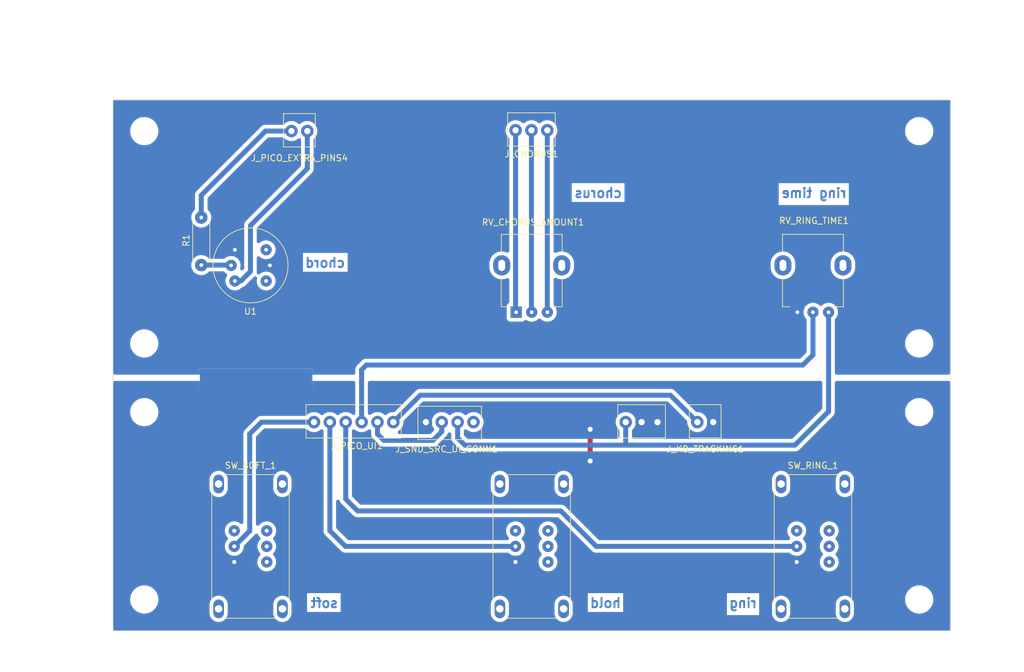
<source format=kicad_pcb>
(kicad_pcb (version 20221018) (generator pcbnew)
  (layers (0 "F.Cu" signal) (31 "B.Cu" signal) (34 "B.Paste" user) (35 "F.Paste" user) (36 "B.SilkS" user "B.Silkscreen") (37 "F.SilkS" user "F.Silkscreen") (38 "B.Mask" user) (39 "F.Mask" user) (44 "Edge.Cuts" user))
  (net 0 "")
  (net 1 "CHORD_LED")
  (net 2 "CHORD_BTN")
  (net 3 "KB_TRACKING")
  (net 4 "SOFT")
  (net 5 "HOLD")
  (net 6 "GND")
  (net 7 "+3.3V")
  (net 8 "1.5V")
  (net 9 "RING")
  (net 10 "RING_TIME")
  (net 11 "CHORUS_1")
  (net 12 "GLIDE")
  (net 13 "CHORUS_2")
  (net 14 "CHORUS_3")
  (net 15 "Net-(R1-Pad2)")
  (footprint "MountingHole:MountingHole_4mm" (layer "F.Cu") (at 202 114)
    (fp_text reference "H3" hide)
    (fp_text value "MountingHole")
    (pad "" np_thru_hole circle (at 0 0) (size 4 4) (drill 4) (layers "*.Cu" "*.Mask"))
  )
  (footprint "Shmoergh_Custom_Footprints:Potentiometer_Alpha_RD901F-40-00D_Single_Vertical" (layer "F.Cu") (at 140 60.5)
    (fp_text reference "RV_CHORUS_AMOUNT1" (at 0.208 -6.906 180) (layer "F.SilkS"))
    (fp_text value "100k")
    (fp_line (start -4.88 6.62) (end -4.88 1.9) (stroke (width 0.12)) (layer "F.SilkS"))
    (fp_line (start -4.87 -1.91) (end -4.87 -4.97) (stroke (width 0.12)) (layer "F.SilkS"))
    (fp_line (start -3.69 6.62) (end -4.87 6.62) (stroke (width 0.12)) (layer "F.SilkS"))
    (fp_line (start -0.79 6.62) (end -1.32 6.62) (stroke (width 0.12)) (layer "F.SilkS"))
    (fp_line (start 1.66 6.62) (end 0.83 6.62) (stroke (width 0.12)) (layer "F.SilkS"))
    (fp_line (start 4.87 -4.97) (end -4.87 -4.97) (stroke (width 0.12)) (layer "F.SilkS"))
    (fp_line (start 4.87 -1.91) (end 4.87 -4.97) (stroke (width 0.12)) (layer "F.SilkS"))
    (fp_line (start 4.87 6.62) (end 3.38 6.62) (stroke (width 0.12)) (layer "F.SilkS"))
    (fp_line (start 4.87 6.62) (end 4.87 1.9) (stroke (width 0.12)) (layer "F.SilkS"))
    (pad "" thru_hole oval (at -4.8 0 180) (size 2.72 3.24) (drill oval 1.1 1.8) (layers "*.Cu" "*.Mask"))
    (pad "" thru_hole oval (at 4.8 0 180) (size 2.72 3.24) (drill oval 1.1 1.8) (layers "*.Cu" "*.Mask"))
    (pad "1" thru_hole rect (at -2.5 7.5 180) (size 1.8 1.8) (drill 0.6) (layers "*.Cu" "*.Mask") (net 11 "CHORUS_1"))
    (pad "2" thru_hole circle (at 0 7.5 180) (size 1.8 1.8) (drill 0.6) (layers "*.Cu" "*.Mask") (net 13 "CHORUS_2"))
    (pad "3" thru_hole circle (at 2.5 7.5 180) (size 1.8 1.8) (drill 0.6) (layers "*.Cu" "*.Mask") (net 14 "CHORUS_3"))
  )
  (footprint "Shmoergh_Custom_Footprints:DPDT Korg Style Switch" (layer "F.Cu") (at 140 105.5)
    (fp_text reference "SW_HOLD_1" hide)
    (fp_text value "SW_DPDT_x2")
    (fp_line (start -6.2 11.5) (end -6.2 -11.5) (stroke (width 0.12)) (layer "F.SilkS"))
    (fp_line (start -4.1 -11.5) (end 4 -11.5) (stroke (width 0.12)) (layer "F.SilkS"))
    (fp_line (start -4 11.5) (end 4 11.5) (stroke (width 0.12)) (layer "F.SilkS"))
    (fp_line (start 6.2 11.5) (end 6.2 -11.5) (stroke (width 0.12)) (layer "F.SilkS"))
    (pad "" thru_hole oval (at -5.1 -10) (size 1.7 3) (drill 1.2) (layers "*.Cu" "*.Mask"))
    (pad "" thru_hole oval (at -5.1 10) (size 1.7 3) (drill 1.2) (layers "*.Cu" "*.Mask"))
    (pad "" thru_hole oval (at 5.1 -10) (size 1.7 3) (drill 1.2) (layers "*.Cu" "*.Mask"))
    (pad "" thru_hole oval (at 5.1 10) (size 1.7 3) (drill 1.2) (layers "*.Cu" "*.Mask"))
    (pad "1" thru_hole circle (at -2.6 -2.5) (size 1.8 1.8) (drill 0.65) (layers "*.Cu" "*.Mask"))
    (pad "2" thru_hole circle (at 2.6 -2.5) (size 1.8 1.8) (drill 0.65) (layers "*.Cu" "*.Mask"))
    (pad "3" thru_hole circle (at -2.6 0) (size 1.8 1.8) (drill 0.65) (layers "*.Cu" "*.Mask") (net 5 "HOLD"))
    (pad "4" thru_hole circle (at 2.6 0) (size 1.8 1.8) (drill 0.65) (layers "*.Cu" "*.Mask"))
    (pad "5" thru_hole circle (at -2.6 2.5) (size 1.8 1.8) (drill 0.65) (layers "*.Cu" "*.Mask") (net 6 "GND"))
    (pad "6" thru_hole circle (at 2.6 2.5) (size 1.8 1.8) (drill 0.65) (layers "*.Cu" "*.Mask"))
  )
  (footprint "Shmoergh_Custom_Footprints:NSL25_01x03_Vertical" (layer "F.Cu") (at 155.038277 85.598)
    (fp_text reference "J_PWR1" hide)
    (fp_text value "Conn_01x03")
    (fp_line (start -1.27 -2.794) (end 6.35 -2.794) (stroke (width 0.12)) (layer "F.SilkS"))
    (fp_line (start -1.27 2.54) (end -1.27 -2.794) (stroke (width 0.12)) (layer "F.SilkS"))
    (fp_line (start 6.35 -2.794) (end 6.35 2.54) (stroke (width 0.12)) (layer "F.SilkS"))
    (fp_line (start 6.35 2.54) (end -1.27 2.54) (stroke (width 0.12)) (layer "F.SilkS"))
    (pad "1" thru_hole circle (at 0 0) (size 2 2) (drill 1) (layers "*.Cu" "*.Mask") (net 7 "+3.3V"))
    (pad "2" thru_hole circle (at 2.54 0) (size 2 2) (drill 1) (layers "*.Cu" "*.Mask") (net 6 "GND"))
    (pad "3" thru_hole circle (at 5.08 0) (size 2 2) (drill 1) (layers "*.Cu" "*.Mask") (net 6 "GND"))
  )
  (footprint "MountingHole:MountingHole_4mm" (layer "F.Cu") (at 78 39)
    (fp_text reference "H1" hide)
    (fp_text value "MountingHole")
    (pad "" np_thru_hole circle (at 0 0) (size 4 4) (drill 4) (layers "*.Cu" "*.Mask"))
  )
  (footprint "Shmoergh_Custom_Footprints:Potentiometer_Alpha_RD901F-40-00D_Single_Vertical" (layer "F.Cu") (at 185 60.5)
    (fp_text reference "RV_RING_TIME1" (at 0.166 -7.16) (layer "F.SilkS"))
    (fp_text value "100k")
    (fp_line (start -4.88 6.62) (end -4.88 1.9) (stroke (width 0.12)) (layer "F.SilkS"))
    (fp_line (start -4.87 -1.91) (end -4.87 -4.97) (stroke (width 0.12)) (layer "F.SilkS"))
    (fp_line (start -3.69 6.62) (end -4.87 6.62) (stroke (width 0.12)) (layer "F.SilkS"))
    (fp_line (start -0.79 6.62) (end -1.32 6.62) (stroke (width 0.12)) (layer "F.SilkS"))
    (fp_line (start 1.66 6.62) (end 0.83 6.62) (stroke (width 0.12)) (layer "F.SilkS"))
    (fp_line (start 4.87 -4.97) (end -4.87 -4.97) (stroke (width 0.12)) (layer "F.SilkS"))
    (fp_line (start 4.87 -1.91) (end 4.87 -4.97) (stroke (width 0.12)) (layer "F.SilkS"))
    (fp_line (start 4.87 6.62) (end 3.38 6.62) (stroke (width 0.12)) (layer "F.SilkS"))
    (fp_line (start 4.87 6.62) (end 4.87 1.9) (stroke (width 0.12)) (layer "F.SilkS"))
    (pad "" thru_hole oval (at -4.8 0 180) (size 2.72 3.24) (drill oval 1.1 1.8) (layers "*.Cu" "*.Mask"))
    (pad "" thru_hole oval (at 4.8 0 180) (size 2.72 3.24) (drill oval 1.1 1.8) (layers "*.Cu" "*.Mask"))
    (pad "1" thru_hole rect (at -2.5 7.5 180) (size 1.8 1.8) (drill 0.6) (layers "*.Cu" "*.Mask") (net 6 "GND"))
    (pad "2" thru_hole circle (at 0 7.5 180) (size 1.8 1.8) (drill 0.6) (layers "*.Cu" "*.Mask") (net 10 "RING_TIME"))
    (pad "3" thru_hole circle (at 2.5 7.5 180) (size 1.8 1.8) (drill 0.6) (layers "*.Cu" "*.Mask") (net 7 "+3.3V"))
  )
  (footprint "Shmoergh_Custom_Footprints:NSL25_01x04_Vertical" (layer "F.Cu") (at 130.683 85.598 180)
    (fp_text reference "J_SND_SRC_UI_CONN1" (at 4.318 -4.318) (layer "F.SilkS"))
    (fp_text value "Conn_01x04")
    (fp_line (start -1.27 -2.794) (end 8.89 -2.794) (stroke (width 0.12)) (layer "F.SilkS"))
    (fp_line (start -1.27 2.54) (end -1.27 -2.794) (stroke (width 0.12)) (layer "F.SilkS"))
    (fp_line (start 8.89 -2.794) (end 8.89 2.54) (stroke (width 0.12)) (layer "F.SilkS"))
    (fp_line (start 8.89 2.54) (end -1.27 2.54) (stroke (width 0.12)) (layer "F.SilkS"))
    (pad "1" thru_hole circle (at 0 0 180) (size 2 2) (drill 1) (layers "*.Cu" "*.Mask") (net 8 "1.5V"))
    (pad "2" thru_hole circle (at 2.54 0 180) (size 2 2) (drill 1) (layers "*.Cu" "*.Mask") (net 7 "+3.3V"))
    (pad "3" thru_hole circle (at 5.08 0 180) (size 2 2) (drill 1) (layers "*.Cu" "*.Mask") (net 12 "GLIDE"))
    (pad "4" thru_hole circle (at 7.62 0 180) (size 2 2) (drill 1) (layers "*.Cu" "*.Mask") (net 6 "GND"))
  )
  (footprint "Shmoergh_Manual_PCB_k6:R_Axial_DIN0207_L6.3mm_D2.5mm_P7.62mm_Horizontal" (layer "F.Cu") (at 87.122 52.832 -90)
    (fp_text reference "R1" (at 3.683 2.413 90) (layer "F.SilkS"))
    (fp_text value "R")
    (fp_line (start 0.54 -1.37) (end 7.08 -1.37) (stroke (width 0.12)) (layer "F.SilkS"))
    (fp_line (start 0.54 -1.04) (end 0.54 -1.37) (stroke (width 0.12)) (layer "F.SilkS"))
    (fp_line (start 0.54 1.04) (end 0.54 1.37) (stroke (width 0.12)) (layer "F.SilkS"))
    (fp_line (start 0.54 1.37) (end 7.08 1.37) (stroke (width 0.12)) (layer "F.SilkS"))
    (fp_line (start 7.08 -1.37) (end 7.08 -1.04) (stroke (width 0.12)) (layer "F.SilkS"))
    (fp_line (start 7.08 1.37) (end 7.08 1.04) (stroke (width 0.12)) (layer "F.SilkS"))
    (pad "1" thru_hole circle (at 0 0 270) (size 2 2) (drill 0.6) (layers "*.Cu" "*.Mask") (net 1 "CHORD_LED"))
    (pad "2" thru_hole oval (at 7.62 0 270) (size 2 2) (drill 0.6) (layers "*.Cu" "*.Mask") (net 15 "Net-(R1-Pad2)"))
  )
  (footprint "MountingHole:MountingHole_4mm" (layer "F.Cu") (at 78 114)
    (fp_text reference "H4" hide)
    (fp_text value "MountingHole")
    (pad "" np_thru_hole circle (at 0 0) (size 4 4) (drill 4) (layers "*.Cu" "*.Mask"))
  )
  (footprint "MountingHole:MountingHole_4mm" (layer "F.Cu") (at 78 73)
    (fp_text reference "H6" hide)
    (fp_text value "MountingHole")
    (pad "" np_thru_hole circle (at 0 0) (size 4 4) (drill 4) (layers "*.Cu" "*.Mask"))
  )
  (footprint "Shmoergh_Custom_Footprints:NSL25_01x06_Vertical" (layer "F.Cu") (at 105.156 85.598)
    (fp_text reference "J_PICO_UI1" (at 6.858 3.81) (layer "F.SilkS"))
    (fp_text value "Conn_01x06")
    (fp_line (start -1.27 -2.794) (end 13.97 -2.794) (stroke (width 0.12)) (layer "F.SilkS"))
    (fp_line (start -1.27 2.54) (end -1.27 -2.794) (stroke (width 0.12)) (layer "F.SilkS"))
    (fp_line (start 13.97 -2.794) (end 13.97 2.54) (stroke (width 0.12)) (layer "F.SilkS"))
    (fp_line (start 13.97 2.54) (end -1.27 2.54) (stroke (width 0.12)) (layer "F.SilkS"))
    (pad "1" thru_hole circle (at 0 0) (size 2 2) (drill 1) (layers "*.Cu" "*.Mask") (net 4 "SOFT"))
    (pad "2" thru_hole circle (at 2.54 0) (size 2 2) (drill 1) (layers "*.Cu" "*.Mask") (net 5 "HOLD"))
    (pad "3" thru_hole circle (at 5.08 0) (size 2 2) (drill 1) (layers "*.Cu" "*.Mask") (net 9 "RING"))
    (pad "4" thru_hole circle (at 7.62 0) (size 2 2) (drill 1) (layers "*.Cu" "*.Mask") (net 10 "RING_TIME"))
    (pad "5" thru_hole circle (at 10.16 0) (size 2 2) (drill 1) (layers "*.Cu" "*.Mask") (net 12 "GLIDE"))
    (pad "6" thru_hole circle (at 12.7 0) (size 2 2) (drill 1) (layers "*.Cu" "*.Mask") (net 3 "KB_TRACKING"))
  )
  (footprint "MountingHole:MountingHole_4mm" (layer "F.Cu") (at 202 84)
    (fp_text reference "H8" hide)
    (fp_text value "MountingHole")
    (pad "" np_thru_hole circle (at 0 0) (size 4 4) (drill 4) (layers "*.Cu" "*.Mask"))
  )
  (footprint "Shmoergh_Custom_Footprints:DPDT Korg Style Switch" (layer "F.Cu") (at 95 105.5)
    (fp_text reference "SW_SOFT_1" (at 0 -12.954 unlocked) (layer "F.SilkS"))
    (fp_text value "SW_DPDT_x2")
    (fp_line (start -6.2 11.5) (end -6.2 -11.5) (stroke (width 0.12)) (layer "F.SilkS"))
    (fp_line (start -4.1 -11.5) (end 4 -11.5) (stroke (width 0.12)) (layer "F.SilkS"))
    (fp_line (start -4 11.5) (end 4 11.5) (stroke (width 0.12)) (layer "F.SilkS"))
    (fp_line (start 6.2 11.5) (end 6.2 -11.5) (stroke (width 0.12)) (layer "F.SilkS"))
    (pad "" thru_hole oval (at -5.1 -10) (size 1.7 3) (drill 1.2) (layers "*.Cu" "*.Mask"))
    (pad "" thru_hole oval (at -5.1 10) (size 1.7 3) (drill 1.2) (layers "*.Cu" "*.Mask"))
    (pad "" thru_hole oval (at 5.1 -10) (size 1.7 3) (drill 1.2) (layers "*.Cu" "*.Mask"))
    (pad "" thru_hole oval (at 5.1 10) (size 1.7 3) (drill 1.2) (layers "*.Cu" "*.Mask"))
    (pad "1" thru_hole circle (at -2.6 -2.5) (size 1.8 1.8) (drill 0.65) (layers "*.Cu" "*.Mask"))
    (pad "2" thru_hole circle (at 2.6 -2.5) (size 1.8 1.8) (drill 0.65) (layers "*.Cu" "*.Mask"))
    (pad "3" thru_hole circle (at -2.6 0) (size 1.8 1.8) (drill 0.65) (layers "*.Cu" "*.Mask") (net 4 "SOFT"))
    (pad "4" thru_hole circle (at 2.6 0) (size 1.8 1.8) (drill 0.65) (layers "*.Cu" "*.Mask"))
    (pad "5" thru_hole circle (at -2.6 2.5) (size 1.8 1.8) (drill 0.65) (layers "*.Cu" "*.Mask") (net 6 "GND"))
    (pad "6" thru_hole circle (at 2.6 2.5) (size 1.8 1.8) (drill 0.65) (layers "*.Cu" "*.Mask"))
  )
  (footprint "Shmoergh_Custom_Footprints:NSL25_01x03_Vertical" (layer "F.Cu") (at 137.414 38.862)
    (fp_text reference "J_CHORUS1" (at 2.54 3.81) (layer "F.SilkS"))
    (fp_text value "Conn_01x03")
    (fp_line (start -1.27 -2.794) (end 6.35 -2.794) (stroke (width 0.12)) (layer "F.SilkS"))
    (fp_line (start -1.27 2.54) (end -1.27 -2.794) (stroke (width 0.12)) (layer "F.SilkS"))
    (fp_line (start 6.35 -2.794) (end 6.35 2.54) (stroke (width 0.12)) (layer "F.SilkS"))
    (fp_line (start 6.35 2.54) (end -1.27 2.54) (stroke (width 0.12)) (layer "F.SilkS"))
    (pad "1" thru_hole circle (at 0 0) (size 2 2) (drill 1) (layers "*.Cu" "*.Mask") (net 11 "CHORUS_1"))
    (pad "2" thru_hole circle (at 2.54 0) (size 2 2) (drill 1) (layers "*.Cu" "*.Mask") (net 13 "CHORUS_2"))
    (pad "3" thru_hole circle (at 5.08 0) (size 2 2) (drill 1) (layers "*.Cu" "*.Mask") (net 14 "CHORUS_3"))
  )
  (footprint "Shmoergh_Custom_Footprints:SPST_Circular_Pushbutton_LED" (layer "F.Cu") (at 95 60.5)
    (fp_text reference "U1" (at 0 7.366) (layer "F.SilkS"))
    (fp_text value "SW_SPST_Push_LED")
    (fp_circle (center 0 0) (end 6 0) (stroke (width 0.12)) (fill none) (layer "F.SilkS"))
    (pad "1" thru_hole circle (at -2.5 -2.5) (size 1.8 1.8) (drill 0.6) (layers "*.Cu" "*.Mask") (net 6 "GND"))
    (pad "2" thru_hole circle (at 2.5 -2.5) (size 1.8 1.8) (drill 0.6) (layers "*.Cu" "*.Mask"))
    (pad "3" thru_hole circle (at -2.5 2.5) (size 1.8 1.8) (drill 0.6) (layers "*.Cu" "*.Mask") (net 2 "CHORD_BTN"))
    (pad "4" thru_hole circle (at 2.5 2.5) (size 1.8 1.8) (drill 0.6) (layers "*.Cu" "*.Mask"))
    (pad "L1" thru_hole circle (at -3.1 0) (size 1.8 1.8) (drill 0.6) (layers "*.Cu" "*.Mask") (net 15 "Net-(R1-Pad2)"))
    (pad "L2" thru_hole circle (at 3.1 0) (size 1.8 1.8) (drill 0.6) (layers "*.Cu" "*.Mask") (net 6 "GND"))
  )
  (footprint "MountingHole:MountingHole_4mm" (layer "F.Cu") (at 202 73)
    (fp_text reference "H5" hide)
    (fp_text value "MountingHole")
    (pad "" np_thru_hole circle (at 0 0) (size 4 4) (drill 4) (layers "*.Cu" "*.Mask"))
  )
  (footprint "Shmoergh_Custom_Footprints:DPDT Korg Style Switch" (layer "F.Cu") (at 185 105.5)
    (fp_text reference "SW_RING_1" (at 0 -12.954 unlocked) (layer "F.SilkS"))
    (fp_text value "SW_DPDT_x2")
    (fp_line (start -6.2 11.5) (end -6.2 -11.5) (stroke (width 0.12)) (layer "F.SilkS"))
    (fp_line (start -4.1 -11.5) (end 4 -11.5) (stroke (width 0.12)) (layer "F.SilkS"))
    (fp_line (start -4 11.5) (end 4 11.5) (stroke (width 0.12)) (layer "F.SilkS"))
    (fp_line (start 6.2 11.5) (end 6.2 -11.5) (stroke (width 0.12)) (layer "F.SilkS"))
    (pad "" thru_hole oval (at -5.1 -10) (size 1.7 3) (drill 1.2) (layers "*.Cu" "*.Mask"))
    (pad "" thru_hole oval (at -5.1 10) (size 1.7 3) (drill 1.2) (layers "*.Cu" "*.Mask"))
    (pad "" thru_hole oval (at 5.1 -10) (size 1.7 3) (drill 1.2) (layers "*.Cu" "*.Mask"))
    (pad "" thru_hole oval (at 5.1 10) (size 1.7 3) (drill 1.2) (layers "*.Cu" "*.Mask"))
    (pad "1" thru_hole circle (at -2.6 -2.5) (size 1.8 1.8) (drill 0.65) (layers "*.Cu" "*.Mask"))
    (pad "2" thru_hole circle (at 2.6 -2.5) (size 1.8 1.8) (drill 0.65) (layers "*.Cu" "*.Mask"))
    (pad "3" thru_hole circle (at -2.6 0) (size 1.8 1.8) (drill 0.65) (layers "*.Cu" "*.Mask") (net 9 "RING"))
    (pad "4" thru_hole circle (at 2.6 0) (size 1.8 1.8) (drill 0.65) (layers "*.Cu" "*.Mask"))
    (pad "5" thru_hole circle (at -2.6 2.5) (size 1.8 1.8) (drill 0.65) (layers "*.Cu" "*.Mask") (net 6 "GND"))
    (pad "6" thru_hole circle (at 2.6 2.5) (size 1.8 1.8) (drill 0.65) (layers "*.Cu" "*.Mask"))
  )
  (footprint "Shmoergh_Custom_Footprints:NSL25_01x02_Vertical" (layer "F.Cu") (at 101.554086 38.989)
    (fp_text reference "J_PICO_EXTRA_PINS4" (at 1.27 4.318) (layer "F.SilkS"))
    (fp_text value "Conn_01x02")
    (fp_line (start -1.27 -2.794) (end 3.81 -2.794) (stroke (width 0.12)) (layer "F.SilkS"))
    (fp_line (start -1.27 2.54) (end -1.27 -2.794) (stroke (width 0.12)) (layer "F.SilkS"))
    (fp_line (start 3.81 -2.794) (end 3.81 2.54) (stroke (width 0.12)) (layer "F.SilkS"))
    (fp_line (start 3.81 2.54) (end -1.27 2.54) (stroke (width 0.12)) (layer "F.SilkS"))
    (pad "1" thru_hole circle (at 0 0) (size 2 2) (drill 1) (layers "*.Cu" "*.Mask") (net 1 "CHORD_LED"))
    (pad "2" thru_hole circle (at 2.54 0) (size 2 2) (drill 1) (layers "*.Cu" "*.Mask") (net 2 "CHORD_BTN"))
  )
  (footprint "MountingHole:MountingHole_4mm" (layer "F.Cu") (at 78 84)
    (fp_text reference "H7" hide)
    (fp_text value "MountingHole")
    (pad "" np_thru_hole circle (at 0 0) (size 4 4) (drill 4) (layers "*.Cu" "*.Mask"))
  )
  (footprint "Shmoergh_Custom_Footprints:NSL25_01x02_Vertical" (layer "F.Cu") (at 166.497 85.598)
    (fp_text reference "J_KB_TRACKING1" (at 1.27 4.318) (layer "F.SilkS"))
    (fp_text value "Conn_01x02" hide)
    (fp_line (start -1.27 -2.794) (end 3.81 -2.794) (stroke (width 0.12)) (layer "F.SilkS"))
    (fp_line (start -1.27 2.54) (end -1.27 -2.794) (stroke (width 0.12)) (layer "F.SilkS"))
    (fp_line (start 3.81 -2.794) (end 3.81 2.54) (stroke (width 0.12)) (layer "F.SilkS"))
    (fp_line (start 3.81 2.54) (end -1.27 2.54) (stroke (width 0.12)) (layer "F.SilkS"))
    (pad "1" thru_hole circle (at 0 0) (size 2 2) (drill 1) (layers "*.Cu" "*.Mask") (net 3 "KB_TRACKING"))
    (pad "2" thru_hole circle (at 2.54 0) (size 2 2) (drill 1) (layers "*.Cu" "*.Mask") (net 6 "GND"))
  )
  (footprint "MountingHole:MountingHole_4mm" (layer "F.Cu") (at 202 39)
    (fp_text reference "H2" hide)
    (fp_text value "MountingHole")
    (pad "" np_thru_hole circle (at 0 0) (size 4 4) (drill 4) (layers "*.Cu" "*.Mask"))
  )
  (gr_rect (start 73 34) (end 207 119) (stroke (width 0.1)) (fill none) (layer "Edge.Cuts"))
  (gr_text "ring time" (at 185.166 49.784) (layer "B.Cu") (effects (font (size 1.5 1.5) (thickness 0.3) bold) (justify bottom mirror)))
  (gr_text "chorus" (at 150.622 49.784) (layer "B.Cu") (effects (font (size 1.5 1.5) (thickness 0.3) bold) (justify bottom mirror)))
  (gr_text "hold" (at 151.807 115.443) (layer "B.Cu") (effects (font (size 1.5 1.5) (thickness 0.3) bold) (justify bottom mirror)))
  (gr_text "soft" (at 106.807 115.443) (layer "B.Cu") (effects (font (size 1.5 1.5) (thickness 0.3) bold) (justify bottom mirror)))
  (gr_text "chord" (at 106.934 60.96) (layer "B.Cu") (effects (font (size 1.5 1.5) (thickness 0.3) bold) (justify bottom mirror)))
  (gr_text "ring" (at 173.814067 115.443) (layer "B.Cu") (effects (font (size 1.5 1.5) (thickness 0.3) bold) (justify bottom mirror)))
  (segment (start 97.409 38.989) (end 101.554086 38.989) (width 0.8) (layer "B.Cu") (net 1))
  (segment (start 87.122 52.832) (end 87.122 49.276) (width 0.8) (layer "B.Cu") (net 1))
  (segment (start 87.122 49.276) (end 97.409 38.989) (width 0.8) (layer "B.Cu") (net 1))
  (segment (start 94.996 54.102) (end 94.996 61.468) (width 0.8) (layer "B.Cu") (net 2))
  (segment (start 94.996 61.468) (end 93.464 63) (width 0.8) (layer "B.Cu") (net 2))
  (segment (start 104.094086 38.989) (end 104.094086 45.003914) (width 0.8) (layer "B.Cu") (net 2))
  (segment (start 104.094086 45.003914) (end 94.996 54.102) (width 0.8) (layer "B.Cu") (net 2))
  (segment (start 93.464 63) (end 92.5 63) (width 0.8) (layer "B.Cu") (net 2))
  (segment (start 122.174 81.28) (end 117.856 85.598) (width 0.8) (layer "B.Cu") (net 3))
  (segment (start 162.179 81.28) (end 122.174 81.28) (width 0.8) (layer "B.Cu") (net 3))
  (segment (start 166.497 85.598) (end 162.179 81.28) (width 0.8) (layer "B.Cu") (net 3))
  (segment (start 94.869 87.503) (end 94.869 103.031) (width 0.8) (layer "B.Cu") (net 4))
  (segment (start 94.869 103.031) (end 92.4 105.5) (width 0.8) (layer "B.Cu") (net 4))
  (segment (start 105.156 85.598) (end 96.774 85.598) (width 0.8) (layer "B.Cu") (net 4))
  (segment (start 96.774 85.598) (end 94.869 87.503) (width 0.8) (layer "B.Cu") (net 4))
  (segment (start 110.199 105.5) (end 107.696 102.997) (width 0.8) (layer "B.Cu") (net 5))
  (segment (start 137.4 105.5) (end 110.199 105.5) (width 0.8) (layer "B.Cu") (net 5))
  (segment (start 107.696 102.997) (end 107.696 85.598) (width 0.8) (layer "B.Cu") (net 5))
  (segment (start 149.352 86.741) (end 149.352 91.821) (width 0.8) (layer "F.Cu") (net 6))
  (via (at 149.352 86.741) (size 2) (drill 0.8) (layers "F.Cu" "B.Cu") (net 6))
  (via (at 149.352 91.821) (size 2) (drill 0.8) (layers "F.Cu" "B.Cu") (net 6))
  (segment (start 155.038277 89.125277) (end 155.194 89.281) (width 0.8) (layer "B.Cu") (net 7))
  (segment (start 155.038277 85.598) (end 155.038277 89.125277) (width 0.8) (layer "B.Cu") (net 7))
  (segment (start 128.143 88.138) (end 129.286 89.281) (width 0.8) (layer "B.Cu") (net 7))
  (segment (start 187.5 83.899) (end 182.118 89.281) (width 0.8) (layer "B.Cu") (net 7))
  (segment (start 129.286 89.281) (end 155.194 89.281) (width 0.8) (layer "B.Cu") (net 7))
  (segment (start 187.5 68) (end 187.5 83.899) (width 0.8) (layer "B.Cu") (net 7))
  (segment (start 128.143 85.598) (end 128.143 88.138) (width 0.8) (layer "B.Cu") (net 7))
  (segment (start 182.118 89.281) (end 155.194 89.281) (width 0.8) (layer "B.Cu") (net 7))
  (segment (start 110.236 85.598) (end 110.236 97.917) (width 0.8) (layer "B.Cu") (net 9))
  (segment (start 110.236 97.917) (end 112.141 99.822) (width 0.8) (layer "B.Cu") (net 9))
  (segment (start 144.653 99.822) (end 150.331 105.5) (width 0.8) (layer "B.Cu") (net 9))
  (segment (start 112.141 99.822) (end 144.653 99.822) (width 0.8) (layer "B.Cu") (net 9))
  (segment (start 150.331 105.5) (end 182.4 105.5) (width 0.8) (layer "B.Cu") (net 9))
  (segment (start 112.776 77.216) (end 113.538 76.454) (width 0.8) (layer "B.Cu") (net 10))
  (segment (start 112.776 85.598) (end 112.776 77.216) (width 0.8) (layer "B.Cu") (net 10))
  (segment (start 185 74.842) (end 185 68) (width 0.8) (layer "B.Cu") (net 10))
  (segment (start 183.388 76.454) (end 185 74.842) (width 0.8) (layer "B.Cu") (net 10))
  (segment (start 113.538 76.454) (end 183.388 76.454) (width 0.8) (layer "B.Cu") (net 10))
  (segment (start 137.414 38.862) (end 137.414 67.914) (width 0.8) (layer "B.Cu") (net 11))
  (segment (start 115.316 85.598) (end 115.316 87.503) (width 0.8) (layer "B.Cu") (net 12))
  (segment (start 115.316 87.503) (end 116.332 88.519) (width 0.8) (layer "B.Cu") (net 12))
  (segment (start 125.603 87.122) (end 125.603 85.598) (width 0.8) (layer "B.Cu") (net 12))
  (segment (start 116.332 88.519) (end 124.206 88.519) (width 0.8) (layer "B.Cu") (net 12))
  (segment (start 124.206 88.519) (end 125.603 87.122) (width 0.8) (layer "B.Cu") (net 12))
  (segment (start 139.954 38.862) (end 139.954 67.954) (width 0.8) (layer "B.Cu") (net 13))
  (segment (start 142.494 38.862) (end 142.494 67.994) (width 0.8) (layer "B.Cu") (net 14))
  (segment (start 91.852 60.452) (end 91.9 60.5) (width 0.8) (layer "B.Cu") (net 15))
  (segment (start 87.122 60.452) (end 91.852 60.452) (width 0.8) (layer "B.Cu") (net 15))
  (zone (net 6) (net_name "GND") (layer "B.Cu") (connect_pads yes (clearance 0.6)) (min_thickness 0.6) (fill yes (thermal_gap 0.65) (thermal_bridge_width 0.6))
    (polygon (pts (xy 73 34) (xy 207 34) (xy 207 78) (xy 73 78)))
  )
  (zone (net 6) (net_name "GND") (layer "B.Cu") (connect_pads yes (clearance 0.6)) (min_thickness 0.6) (fill yes (thermal_gap 0.65) (thermal_bridge_width 0.6))
    (polygon (pts (xy 73 79) (xy 207 79) (xy 207 119) (xy 73 119)))
  )
  (zone (net 6) (net_name "GND") (layer "B.Cu") (priority 1) (connect_pads (clearance 0.6)) (min_thickness 0.25) (fill yes (thermal_gap 0.5) (thermal_bridge_width 0.5))
    (polygon (pts (xy 86.902 77.01) (xy 104.902 77.01) (xy 104.902 80.01) (xy 86.902 80.01)))
  )
)
</source>
